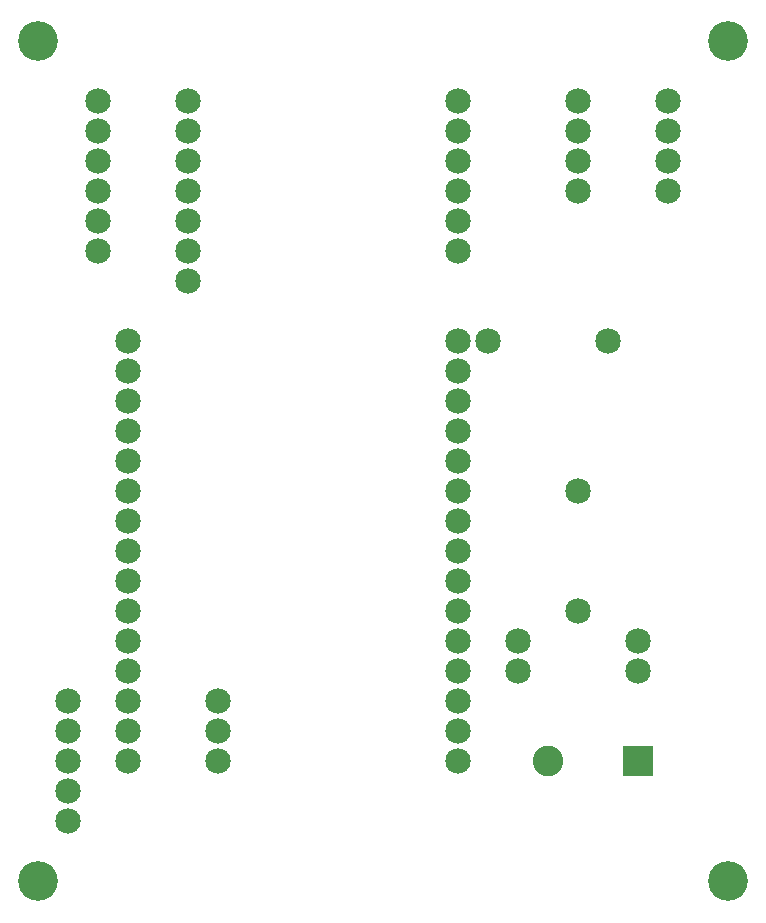
<source format=gbs>
G04 MADE WITH FRITZING*
G04 WWW.FRITZING.ORG*
G04 DOUBLE SIDED*
G04 HOLES PLATED*
G04 CONTOUR ON CENTER OF CONTOUR VECTOR*
%ASAXBY*%
%FSLAX23Y23*%
%MOIN*%
%OFA0B0*%
%SFA1.0B1.0*%
%ADD10C,0.084803*%
%ADD11C,0.132047*%
%ADD12C,0.085000*%
%ADD13C,0.102000*%
%ADD14R,0.102000X0.102000*%
%LNMASK0*%
G90*
G70*
G54D10*
X287Y2595D03*
X287Y2195D03*
X287Y2495D03*
X287Y2695D03*
X287Y2395D03*
X287Y2295D03*
X1487Y2695D03*
X1487Y2595D03*
X1487Y2495D03*
X1487Y2395D03*
X1487Y2295D03*
X1487Y2195D03*
X2187Y2495D03*
X2187Y2395D03*
X2187Y2595D03*
X2187Y2695D03*
X1887Y2395D03*
X1887Y2495D03*
X1887Y2595D03*
X1887Y2695D03*
X587Y2195D03*
X587Y2295D03*
X587Y2095D03*
X587Y2395D03*
X587Y2495D03*
X587Y2695D03*
X587Y2595D03*
X187Y395D03*
X187Y495D03*
X187Y295D03*
X187Y695D03*
X187Y595D03*
X1487Y1895D03*
X1487Y1395D03*
X1487Y695D03*
X1487Y1295D03*
X1487Y595D03*
X1487Y495D03*
X1487Y1495D03*
X1487Y1795D03*
X1487Y895D03*
X1487Y1595D03*
X1487Y1195D03*
X1487Y1695D03*
X1487Y995D03*
X1487Y1095D03*
X1487Y795D03*
X687Y695D03*
X687Y595D03*
X687Y495D03*
X387Y1895D03*
X387Y1695D03*
X387Y1795D03*
X387Y1495D03*
X387Y1595D03*
X387Y1395D03*
X387Y1295D03*
X387Y1095D03*
X387Y1195D03*
X387Y995D03*
X387Y895D03*
X387Y695D03*
X387Y795D03*
X387Y495D03*
X387Y595D03*
G54D11*
X2387Y2895D03*
X2387Y95D03*
X87Y95D03*
X87Y2895D03*
G54D12*
X2087Y895D03*
X1687Y895D03*
X1987Y1895D03*
X1587Y1895D03*
X2087Y795D03*
X1687Y795D03*
G54D13*
X2087Y495D03*
X1787Y495D03*
G54D12*
X1887Y995D03*
X1887Y1395D03*
G54D14*
X2087Y495D03*
G04 End of Mask0*
M02*
</source>
